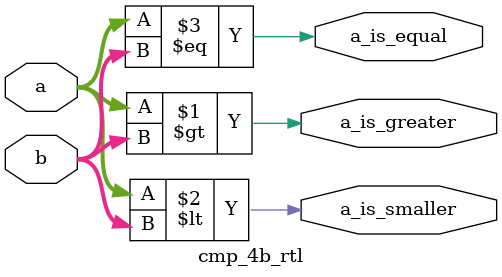
<source format=v>
`timescale 1ns / 1ps

module cmp_4b_rtl (
    output a_is_equal, a_is_greater, a_is_smaller,  
    input [3:0] a, b) ;

    assign a_is_greater = a > b;
    assign a_is_smaller = a < b;
    assign a_is_equal = a == b;

endmodule

</source>
